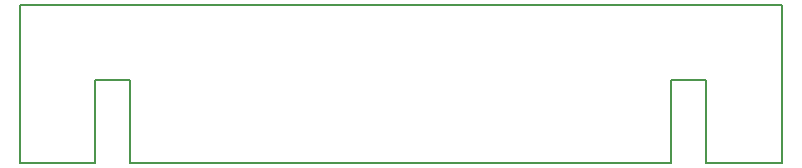
<source format=gbr>
%TF.GenerationSoftware,KiCad,Pcbnew,(5.1.8)-1*%
%TF.CreationDate,2021-12-10T09:16:29+01:00*%
%TF.ProjectId,FirePlaceSideA,46697265-506c-4616-9365-53696465412e,rev?*%
%TF.SameCoordinates,Original*%
%TF.FileFunction,Profile,NP*%
%FSLAX46Y46*%
G04 Gerber Fmt 4.6, Leading zero omitted, Abs format (unit mm)*
G04 Created by KiCad (PCBNEW (5.1.8)-1) date 2021-12-10 09:16:29*
%MOMM*%
%LPD*%
G01*
G04 APERTURE LIST*
%TA.AperFunction,Profile*%
%ADD10C,0.200000*%
%TD*%
G04 APERTURE END LIST*
D10*
X78155600Y-24263600D02*
X75184000Y-24263600D01*
X29384000Y-24263600D02*
X26412400Y-24263600D01*
X84582000Y-17863600D02*
X84582000Y-31263600D01*
X84582000Y-31263600D02*
X78155600Y-31263600D01*
X20066000Y-17863600D02*
X84582000Y-17863600D01*
X78155600Y-31263600D02*
X78155600Y-24263600D01*
X26412400Y-31242000D02*
X26412400Y-24263600D01*
X20066000Y-31242000D02*
X26416000Y-31242000D01*
X20066000Y-17863600D02*
X20066000Y-31242000D01*
X29384000Y-31263600D02*
X75184000Y-31263600D01*
X29384000Y-24263600D02*
X29384000Y-31263600D01*
X75184000Y-24263600D02*
X75184000Y-31263600D01*
M02*

</source>
